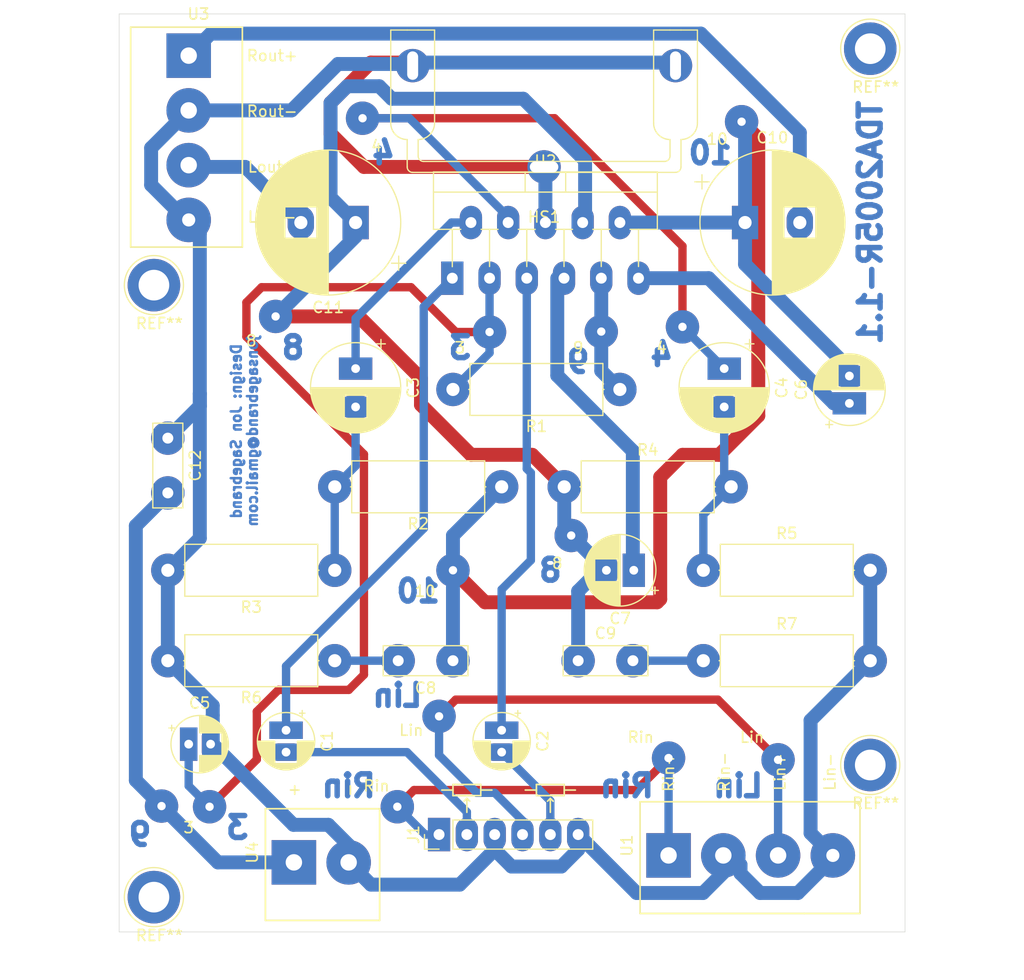
<source format=kicad_pcb>
(kicad_pcb (version 20211014) (generator pcbnew)
  (layers (0 "F.Cu" signal) (31 "B.Cu" signal) (34 "B.Paste" user) (35 "F.Paste" user) (36 "B.SilkS" user "B.Silkscreen") (37 "F.SilkS" user "F.Silkscreen") (38 "B.Mask" user) (39 "F.Mask" user) (44 "Edge.Cuts" user))
  (net 0 "")
  (net 1 "Net-(C1-Pad2)")
  (net 2 "Net-(C1-Pad1)")
  (net 3 "Net-(C2-Pad2)")
  (net 4 "Net-(C2-Pad1)")
  (net 5 "Net-(C3-Pad2)")
  (net 6 "Net-(C3-Pad1)")
  (net 7 "Net-(C4-Pad2)")
  (net 8 "Net-(C4-Pad1)")
  (net 9 "GND")
  (net 10 "Net-(C5-Pad1)")
  (net 11 "Net-(C10-Pad1)")
  (net 12 "Net-(C6-Pad1)")
  (net 13 "Net-(C11-Pad1)")
  (net 14 "Net-(C7-Pad1)")
  (net 15 "Net-(C8-Pad2)")
  (net 16 "Net-(C9-Pad2)")
  (net 17 "Rout")
  (net 18 "Lout")
  (net 19 "+15V")
  (net 20 "Lin")
  (net 21 "Rin")
  (footprint "My_Misc:CP_Radial_D5.0mm_P2.00mm_larger" (layer "F.Cu") (at 171.06 -51.98 -90)
    (fp_text reference "C1" (at 1 -3.75 90) (layer "F.SilkS"))
    (fp_text value "2.2u")
    (pad "1" thru_hole rect locked (at 0 0 270) (size 1.6 3.048) (drill 0.8) (layers *.Cu *.Mask) (net 2 "Net-(C1-Pad1)"))
    (pad "2" thru_hole oval locked (at 2 0 270) (size 1.6 3.048) (drill 0.8) (layers *.Cu *.Mask) (net 1 "Net-(C1-Pad2)"))
  )
  (footprint "My_Misc:CP_Radial_D5.0mm_P2.00mm_larger" (layer "F.Cu") (at 190.745 -51.98 -90)
    (fp_text reference "C2" (at 1 -3.75 90) (layer "F.SilkS"))
    (fp_text value "2.2u")
    (pad "1" thru_hole rect locked (at 0 0 270) (size 1.6 3.048) (drill 0.8) (layers *.Cu *.Mask) (net 4 "Net-(C2-Pad1)"))
    (pad "2" thru_hole oval locked (at 2 0 270) (size 1.6 3.048) (drill 0.8) (layers *.Cu *.Mask) (net 3 "Net-(C2-Pad2)"))
  )
  (footprint "My_Misc:CP_Radial_D8.0mm_P3.50mm_large" (layer "F.Cu") (at 177.41 -85 -90)
    (fp_text reference "C3" (at 1.75 -5.25 90) (layer "F.SilkS"))
    (fp_text value "220u")
    (pad "1" thru_hole rect locked (at 0 0 270) (size 2.032 3.048) (drill 0.8) (layers *.Cu *.Mask) (net 6 "Net-(C3-Pad1)"))
    (pad "2" thru_hole oval locked (at 3.5 0 270) (size 2.032 3.048) (drill 0.8) (layers *.Cu *.Mask) (net 5 "Net-(C3-Pad2)"))
  )
  (footprint "My_Misc:CP_Radial_D8.0mm_P3.50mm_large" (layer "F.Cu") (at 211.065 -85 -90)
    (fp_text reference "C4" (at 1.75 -5.25 90) (layer "F.SilkS"))
    (fp_text value "220u")
    (pad "1" thru_hole rect locked (at 0 0 270) (size 2.032 3.048) (drill 0.8) (layers *.Cu *.Mask) (net 8 "Net-(C4-Pad1)"))
    (pad "2" thru_hole oval locked (at 3.5 0 270) (size 2.032 3.048) (drill 0.8) (layers *.Cu *.Mask) (net 7 "Net-(C4-Pad2)"))
  )
  (footprint "My_Misc:CP_Radial_D5.0mm_P2.00mm_larger" (layer "F.Cu") (at 162.17 -50.71)
    (fp_text reference "C5" (at 1 -3.75) (layer "F.SilkS"))
    (fp_text value "10u")
    (pad "1" thru_hole rect locked (at 0 0) (size 1.6 3.048) (drill 0.8) (layers *.Cu *.Mask) (net 10 "Net-(C5-Pad1)"))
    (pad "2" thru_hole oval locked (at 2 0) (size 1.6 3.048) (drill 0.8) (layers *.Cu *.Mask) (net 9 "GND"))
  )
  (footprint "My_Misc:CP_Radial_D6.3mm_P2.50mm_large" (layer "F.Cu") (at 222.495 -81.825 90)
    (fp_text reference "C6" (at 1.25 -4.4 90) (layer "F.SilkS"))
    (fp_text value "100u")
    (pad "1" thru_hole rect locked (at 0 0 90) (size 2.032 3.048) (drill 0.8) (layers *.Cu *.Mask) (net 12 "Net-(C6-Pad1)"))
    (pad "2" thru_hole oval locked (at 2.5 0 90) (size 2.032 3.048) (drill 0.8) (layers *.Cu *.Mask) (net 11 "Net-(C10-Pad1)"))
  )
  (footprint "My_Misc:CP_Radial_D6.3mm_P2.50mm_large" (layer "F.Cu") (at 202.81 -66.585 180)
    (fp_text reference "C7" (at 1.25 -4.4) (layer "F.SilkS"))
    (fp_text value "100u")
    (pad "1" thru_hole rect locked (at 0 0 180) (size 2.032 3.048) (drill 0.8) (layers *.Cu *.Mask) (net 14 "Net-(C7-Pad1)"))
    (pad "2" thru_hole oval locked (at 2.5 0 180) (size 2.032 3.048) (drill 0.8) (layers *.Cu *.Mask) (net 13 "Net-(C11-Pad1)"))
  )
  (footprint "My_Misc:C_Disc_D7.5mm_W2.5mm_P5.00mm_larger" (layer "F.Cu") (at 186.3 -58.33 180)
    (fp_text reference "C8" (at 2.5 -2.5) (layer "F.SilkS"))
    (fp_text value "0.1u")
    (pad "1" thru_hole oval locked (at 0 0 180) (size 3.048 3.048) (drill 1) (layers *.Cu *.Mask) (net 11 "Net-(C10-Pad1)"))
    (pad "2" thru_hole oval locked (at 5 0 180) (size 3.048 3.048) (drill 1) (layers *.Cu *.Mask) (net 15 "Net-(C8-Pad2)"))
  )
  (footprint "My_Misc:C_Disc_D7.5mm_W2.5mm_P5.00mm_larger" (layer "F.Cu") (at 197.73 -58.33)
    (fp_text reference "C9" (at 2.5 -2.5) (layer "F.SilkS"))
    (fp_text value "0.1u")
    (pad "1" thru_hole oval locked (at 0 0) (size 3.048 3.048) (drill 1) (layers *.Cu *.Mask) (net 13 "Net-(C11-Pad1)"))
    (pad "2" thru_hole oval locked (at 5 0) (size 3.048 3.048) (drill 1) (layers *.Cu *.Mask) (net 16 "Net-(C9-Pad2)"))
  )
  (footprint "My_Misc:CP_Radial_D13.0mm_P5.00mm_larger" (layer "F.Cu") (at 212.97 -98.335)
    (fp_text reference "C10" (at 2.5 -7.75) (layer "F.SilkS"))
    (fp_text value "2200u")
    (pad "1" thru_hole rect locked (at 0 0) (size 2.4 3.048) (drill 1.2) (layers *.Cu *.Mask) (net 11 "Net-(C10-Pad1)"))
    (pad "2" thru_hole oval locked (at 5 0) (size 2.4 3.048) (drill 1.2) (layers *.Cu *.Mask) (net 17 "Rout"))
  )
  (footprint "My_Misc:CP_Radial_D13.0mm_P5.00mm_larger" (layer "F.Cu") (at 177.41 -98.335 180)
    (fp_text reference "C11" (at 2.5 -7.75) (layer "F.SilkS"))
    (fp_text value "2200u")
    (pad "1" thru_hole rect locked (at 0 0 180) (size 2.4 3.048) (drill 1.2) (layers *.Cu *.Mask) (net 13 "Net-(C11-Pad1)"))
    (pad "2" thru_hole oval locked (at 5 0 180) (size 2.4 3.048) (drill 1.2) (layers *.Cu *.Mask) (net 18 "Lout"))
  )
  (footprint "My_Misc:C_Disc_D7.5mm_W2.5mm_P5.00mm_larger" (layer "F.Cu") (at 160.265 -78.65 -90)
    (fp_text reference "C12" (at 2.5 -2.5 90) (layer "F.SilkS"))
    (fp_text value "0.1u")
    (pad "1" thru_hole oval locked (at 0 0 270) (size 3.048 3.048) (drill 1) (layers *.Cu *.Mask) (net 9 "GND"))
    (pad "2" thru_hole oval locked (at 5 0 270) (size 3.048 3.048) (drill 1) (layers *.Cu *.Mask) (net 19 "+15V"))
  )
  (footprint "My_Headers:6-pin_dual_potentiometer_header_large" (layer "F.Cu") (at 185.03 -42.455 90)
    (fp_text reference "J1" (at 0 -2.33 90) (layer "F.SilkS"))
    (fp_text value "6-pole_dual_potentiometer_header")
    (pad "1" thru_hole rect locked (at 0 0 90) (size 3.048 2.032) (drill 1) (layers *.Cu *.Mask) (net 21 "Rin"))
    (pad "2" thru_hole oval locked (at 0 2.54 90) (size 3.048 2.032) (drill 1) (layers *.Cu *.Mask) (net 1 "Net-(C1-Pad2)"))
    (pad "3" thru_hole oval locked (at 0 5.08 90) (size 3.048 2.032) (drill 1) (layers *.Cu *.Mask) (net 9 "GND"))
    (pad "4" thru_hole oval locked (at 0 7.62 90) (size 3.048 2.032) (drill 1) (layers *.Cu *.Mask) (net 20 "Lin"))
    (pad "5" thru_hole oval locked (at 0 10.16 90) (size 3.048 2.032) (drill 1) (layers *.Cu *.Mask) (net 3 "Net-(C2-Pad2)"))
    (pad "6" thru_hole oval locked (at 0 12.7 90) (size 3.048 2.032) (drill 1) (layers *.Cu *.Mask) (net 9 "GND"))
  )
  (footprint "My_Misc:R_Axial_DIN0414_L11.9mm_D4.5mm_P15.24mm_Horizontal_larger" (layer "F.Cu") (at 201.54 -83.095 180)
    (fp_text reference "R1" (at 7.62 -3.37) (layer "F.SilkS"))
    (fp_text value "120k")
    (pad "1" thru_hole oval locked (at 0 0 180) (size 3.048 3.048) (drill 1.2) (layers *.Cu *.Mask) (net 19 "+15V"))
    (pad "2" thru_hole oval locked (at 15.24 0 180) (size 3.048 3.048) (drill 1.2) (layers *.Cu *.Mask) (net 10 "Net-(C5-Pad1)"))
  )
  (footprint "My_Misc:R_Axial_DIN0414_L11.9mm_D4.5mm_P15.24mm_Horizontal_larger" (layer "F.Cu") (at 190.745 -74.205 180)
    (fp_text reference "R2" (at 7.62 -3.37) (layer "F.SilkS"))
    (fp_text value "1.2k")
    (pad "1" thru_hole oval locked (at 0 0 180) (size 3.048 3.048) (drill 1.2) (layers *.Cu *.Mask) (net 11 "Net-(C10-Pad1)"))
    (pad "2" thru_hole oval locked (at 15.24 0 180) (size 3.048 3.048) (drill 1.2) (layers *.Cu *.Mask) (net 5 "Net-(C3-Pad2)"))
  )
  (footprint "My_Misc:R_Axial_DIN0414_L11.9mm_D4.5mm_P15.24mm_Horizontal_larger" (layer "F.Cu") (at 175.505 -66.585 180)
    (fp_text reference "R3" (at 7.62 -3.37) (layer "F.SilkS"))
    (fp_text value "33R")
    (pad "1" thru_hole oval locked (at 0 0 180) (size 3.048 3.048) (drill 1.2) (layers *.Cu *.Mask) (net 5 "Net-(C3-Pad2)"))
    (pad "2" thru_hole oval locked (at 15.24 0 180) (size 3.048 3.048) (drill 1.2) (layers *.Cu *.Mask) (net 9 "GND"))
  )
  (footprint "My_Misc:R_Axial_DIN0414_L11.9mm_D4.5mm_P15.24mm_Horizontal_larger" (layer "F.Cu") (at 196.46 -74.205)
    (fp_text reference "R4" (at 7.62 -3.37) (layer "F.SilkS"))
    (fp_text value "1.2k")
    (pad "1" thru_hole oval locked (at 0 0) (size 3.048 3.048) (drill 1.2) (layers *.Cu *.Mask) (net 13 "Net-(C11-Pad1)"))
    (pad "2" thru_hole oval locked (at 15.24 0) (size 3.048 3.048) (drill 1.2) (layers *.Cu *.Mask) (net 7 "Net-(C4-Pad2)"))
  )
  (footprint "My_Misc:R_Axial_DIN0414_L11.9mm_D4.5mm_P15.24mm_Horizontal_larger" (layer "F.Cu") (at 209.16 -66.585)
    (fp_text reference "R5" (at 7.62 -3.37) (layer "F.SilkS"))
    (fp_text value "33R")
    (pad "1" thru_hole oval locked (at 0 0) (size 3.048 3.048) (drill 1.2) (layers *.Cu *.Mask) (net 7 "Net-(C4-Pad2)"))
    (pad "2" thru_hole oval locked (at 15.24 0) (size 3.048 3.048) (drill 1.2) (layers *.Cu *.Mask) (net 9 "GND"))
  )
  (footprint "My_Misc:R_Axial_DIN0414_L11.9mm_D4.5mm_P15.24mm_Horizontal_larger" (layer "F.Cu") (at 175.505 -58.33 180)
    (fp_text reference "R6" (at 7.62 -3.37) (layer "F.SilkS"))
    (fp_text value "1R")
    (pad "1" thru_hole oval locked (at 0 0 180) (size 3.048 3.048) (drill 1.2) (layers *.Cu *.Mask) (net 15 "Net-(C8-Pad2)"))
    (pad "2" thru_hole oval locked (at 15.24 0 180) (size 3.048 3.048) (drill 1.2) (layers *.Cu *.Mask) (net 9 "GND"))
  )
  (footprint "My_Misc:R_Axial_DIN0414_L11.9mm_D4.5mm_P15.24mm_Horizontal_larger" (layer "F.Cu") (at 209.16 -58.33)
    (fp_text reference "R7" (at 7.62 -3.37) (layer "F.SilkS"))
    (fp_text value "1R")
    (pad "1" thru_hole oval locked (at 0 0) (size 3.048 3.048) (drill 1.2) (layers *.Cu *.Mask) (net 16 "Net-(C9-Pad2)"))
    (pad "2" thru_hole oval locked (at 15.24 0) (size 3.048 3.048) (drill 1.2) (layers *.Cu *.Mask) (net 9 "GND"))
  )
  (footprint "My_Parts:4-pole_screw_terminal_RL_input" (layer "F.Cu") (at 205.985 -40.55 90)
    (fp_text reference "U1" (at 0.9 -3.8 90) (layer "F.SilkS"))
    (fp_text value "4-pole_RL-input_screw_terminal" hide)
    (fp_text user "Rin+" (at 7.62 0 90) (layer "F.SilkS"))
    (fp_text user "Lin-" (at 7.62 14.732 90) (layer "F.SilkS"))
    (fp_text user "Rin-" (at 7.62 5.08 90) (layer "F.SilkS"))
    (fp_text user "Lin+" (at 7.62 10.16 90) (layer "F.SilkS"))
    (pad "1" thru_hole rect locked (at 0 0 90) (size 4.064 4.064) (drill 1.5) (layers *.Cu *.Mask) (net 21 "Rin"))
    (pad "2" thru_hole circle locked (at 0 5 90) (size 4.064 4.064) (drill 1.5) (layers *.Cu *.Mask) (net 9 "GND"))
    (pad "3" thru_hole circle locked (at 0 10 90) (size 4.064 4.064) (drill 1.5) (layers *.Cu *.Mask) (net 20 "Lin"))
    (pad "4" thru_hole circle locked (at 0 15 90) (size 4.064 4.064) (drill 1.2) (layers *.Cu *.Mask) (net 9 "GND"))
  )
  (footprint "My_Misc:TO-220-11_P3.4x5.08mm_StaggerOdd_Lead4.85mm_Vertical_large" (layer "F.Cu") (at 186.24 -93.255)
    (fp_text reference "U2" (at 8.5 -10.7) (layer "F.SilkS"))
    (fp_text value "TDA2005")
    (pad "1" thru_hole rect locked (at 0 0) (size 2.032 3.048) (drill 1) (layers *.Cu *.Mask) (net 2 "Net-(C1-Pad1)"))
    (pad "2" thru_hole oval locked (at 1.7 -5.08) (size 2.032 3.048) (drill 1) (layers *.Cu *.Mask) (net 6 "Net-(C3-Pad1)"))
    (pad "3" thru_hole oval locked (at 3.4 0) (size 2.032 3.048) (drill 1) (layers *.Cu *.Mask) (net 10 "Net-(C5-Pad1)"))
    (pad "4" thru_hole oval locked (at 5.1 -5.08) (size 2.032 3.048) (drill 1) (layers *.Cu *.Mask) (net 8 "Net-(C4-Pad1)"))
    (pad "5" thru_hole oval locked (at 6.8 0) (size 2.032 3.048) (drill 1) (layers *.Cu *.Mask) (net 4 "Net-(C2-Pad1)"))
    (pad "6" thru_hole oval locked (at 8.5 -5.08) (size 2.032 3.048) (drill 1) (layers *.Cu *.Mask) (net 9 "GND"))
    (pad "7" thru_hole oval locked (at 10.2 0) (size 2.032 3.048) (drill 1) (layers *.Cu *.Mask) (net 14 "Net-(C7-Pad1)"))
    (pad "8" thru_hole oval locked (at 11.9 -5.08) (size 2.032 3.048) (drill 1) (layers *.Cu *.Mask) (net 13 "Net-(C11-Pad1)"))
    (pad "9" thru_hole oval locked (at 13.6 0) (size 2.032 3.048) (drill 1) (layers *.Cu *.Mask) (net 19 "+15V"))
    (pad "10" thru_hole oval locked (at 15.3 -5.08) (size 2.032 3.048) (drill 1) (layers *.Cu *.Mask) (net 11 "Net-(C10-Pad1)"))
    (pad "11" thru_hole oval locked (at 17 0) (size 2.032 3.048) (drill 1) (layers *.Cu *.Mask) (net 12 "Net-(C6-Pad1)"))
  )
  (footprint "My_Parts:4-pole_screw_terminal_RL_output" (layer "F.Cu") (at 162.17 -113.575)
    (fp_text reference "U3" (at 0.9 -3.8) (layer "F.SilkS"))
    (fp_text value "4-pole_RL-output_screw_terminal" hide)
    (fp_text user "Rout-" (at 7.62 5.08) (layer "F.SilkS"))
    (fp_text user "Lout+" (at 7.62 10.16) (layer "F.SilkS"))
    (fp_text user "Rout+" (at 7.62 0) (layer "F.SilkS"))
    (fp_text user "Lout-" (at 7.62 14.732) (layer "F.SilkS"))
    (pad "1" thru_hole rect locked (at 0 0) (size 4.064 4.064) (drill 1.5) (layers *.Cu *.Mask) (net 17 "Rout"))
    (pad "2" thru_hole circle locked (at 0 5) (size 4.064 4.064) (drill 1.5) (layers *.Cu *.Mask) (net 9 "GND"))
    (pad "3" thru_hole circle locked (at 0 10) (size 4.064 4.064) (drill 1.5) (layers *.Cu *.Mask) (net 18 "Lout"))
    (pad "4" thru_hole circle locked (at 0 15) (size 4.064 4.064) (drill 1.2) (layers *.Cu *.Mask) (net 9 "GND"))
  )
  (footprint "My_Parts:2-pole_power_in_screw_terminal" (layer "F.Cu") (at 171.775 -39.915 90)
    (fp_text reference "U4" (at 0.9 -3.8 90) (layer "F.SilkS"))
    (fp_text value "2-pole_power_in_screw_terminal" hide)
    (fp_text user "+" (at 6.604 0 90) (layer "F.SilkS"))
    (fp_text user "-" (at 6.604 5.08 90) (layer "F.SilkS"))
    (pad "1" thru_hole rect locked (at 0 0 90) (size 4.064 4.064) (drill 1.5) (layers *.Cu *.Mask) (net 19 "+15V"))
    (pad "2" thru_hole circle locked (at 0 5 90) (size 4.064 4.064) (drill 1.5) (layers *.Cu *.Mask) (net 9 "GND"))
  )
  (footprint "My_Heatsinks:EK-41002859" (layer "F.Cu") (at 194.62 -103.415 180)
    (fp_text reference "HS1" (at 0 -4.58) (layer "F.SilkS"))
    (fp_text value "Heatsink_Pad")
    (pad "1" thru_hole circle locked (at 0 0 180) (size 3.048 3.048) (drill oval 2.6 1) (layers *.Cu *.Mask) (net 9 "GND"))
    (pad "1" thru_hole circle locked (at -12 9.25 180) (size 3.048 3.048) (drill oval 1 2.6) (layers *.Cu *.Mask) (net 9 "GND"))
    (pad "1" thru_hole circle locked (at 12 9.25 180) (size 3.048 3.048) (drill oval 1 2.6) (layers *.Cu *.Mask) (net 9 "GND"))
  )
  (footprint "TestPoint:TestPoint_Loop_D3.80mm_Drill2.8mm" (layer "F.Cu") (at 158.995 -36.74)
    (fp_text reference "REF**" (at 0.5 3.5) (layer "F.SilkS"))
    (fp_text value "TestPoint_Loop_D3.80mm_Drill2.8mm")
    (pad "1" thru_hole circle locked (at 0 0) (size 4.8 4.8) (drill 2.8) (layers *.Cu *.Mask))
  )
  (footprint "TestPoint:TestPoint_Loop_D3.80mm_Drill2.8mm" (layer "F.Cu") (at 158.995 -92.62)
    (fp_text reference "REF**" (at 0.5 3.5) (layer "F.SilkS"))
    (fp_text value "TestPoint_Loop_D3.80mm_Drill2.8mm")
    (pad "1" thru_hole circle locked (at 0 0) (size 4.8 4.8) (drill 2.8) (layers *.Cu *.Mask))
  )
  (footprint "TestPoint:TestPoint_Loop_D3.80mm_Drill2.8mm" (layer "F.Cu") (at 224.4 -114.21)
    (fp_text reference "REF**" (at 0.5 3.5) (layer "F.SilkS"))
    (fp_text value "TestPoint_Loop_D3.80mm_Drill2.8mm")
    (pad "1" thru_hole circle locked (at 0 0) (size 4.8 4.8) (drill 2.8) (layers *.Cu *.Mask))
  )
  (footprint "TestPoint:TestPoint_Loop_D3.80mm_Drill2.8mm" (layer "F.Cu") (at 224.4 -48.805)
    (fp_text reference "REF**" (at 0.5 3.5) (layer "F.SilkS"))
    (fp_text value "TestPoint_Loop_D3.80mm_Drill2.8mm")
    (pad "1" thru_hole circle locked (at 0 0) (size 4.8 4.8) (drill 2.8) (layers *.Cu *.Mask))
  )
  (gr_line (start 155.82 -117.385) (end 155.82 -50.075) (layer "Edge.Cuts") (width 0.05))
  (gr_line (start 227.575 -33.565) (end 227.575 -117.385) (layer "Edge.Cuts") (width 0.05))
  (gr_line (start 155.82 -50.075) (end 155.82 -33.565) (layer "Edge.Cuts") (width 0.05))
  (gr_line (start 227.575 -117.385) (end 155.82 -117.385) (layer "Edge.Cuts") (width 0.05))
  (gr_line (start 155.82 -33.565) (end 227.575 -33.565) (layer "Edge.Cuts") (width 0.05))
  (gr_text "Lin" (at 181.22 -55.155) (layer "B.Cu") (effects (font (size 2 2) (thickness 0.5)) (justify mirror)))
  (gr_text "Rin" (at 176.775 -46.9) (layer "B.Cu") (effects (font (size 2 2) (thickness 0.5)) (justify mirror)))
  (gr_text "10" (at 209.795 -104.685) (layer "B.Cu") (effects (font (size 2 2) (thickness 0.5)) (justify mirror)))
  (gr_text "8" (at 171.695 -86.905) (layer "B.Cu") (effects (font (size 2 2) (thickness 0.5)) (justify mirror)))
  (gr_text "Lin" (at 212.335 -46.9) (layer "B.Cu") (effects (font (size 2 2) (thickness 0.5)) (justify mirror)))
  (gr_text "Design: Jon Sagebrand\njonsagebrand@gmail.com" (at 167.25 -79.285 90) (layer "B.Cu") (effects (font (size 0.9144 0.9144) (thickness 0.2286)) (justify mirror)))
  (gr_text "4" (at 205.35 -86.27) (layer "B.Cu") (effects (font (size 2 2) (thickness 0.5)) (justify mirror)))
  (gr_text "Rin" (at 202.175 -46.9) (layer "B.Cu") (effects (font (size 2 2) (thickness 0.5)) (justify mirror)))
  (gr_text "9" (at 157.725 -42.455) (layer "B.Cu") (effects (font (size 2 2) (thickness 0.5)) (justify mirror)))
  (gr_text "8" (at 195.19 -66.585) (layer "B.Cu") (effects (font (size 2 2) (thickness 0.5)) (justify mirror)))
  (gr_text "3" (at 166.615 -43.09) (layer "B.Cu") (effects (font (size 2 2) (thickness 0.5)) (justify mirror)))
  (gr_text "3" (at 186.935 -86.905) (layer "B.Cu") (effects (font (size 2 2) (thickness 0.5)) (justify mirror)))
  (gr_text "4" (at 179.95 -104.685) (layer "B.Cu") (effects (font (size 2 2) (thickness 0.5)) (justify mirror)))
  (gr_text "TDA2005R-1.1" (at 224.4 -98.335 90) (layer "B.Cu") (effects (font (size 2 2) (thickness 0.5)) (justify mirror)))
  (gr_text "9" (at 197.73 -85.635) (layer "B.Cu") (effects (font (size 2 2) (thickness 0.5)) (justify mirror)))
  (gr_text "10" (at 183.125 -64.68) (layer "B.Cu") (effects (font (size 2 2) (thickness 0.5)) (justify mirror)))
  (gr_text "Lin" (at 182.49 -51.98) (layer "F.SilkS") (effects (font (size 1 1))))
  (gr_text "10" (at 183.76 -64.68) (layer "F.SilkS") (effects (font (size 1 1))))
  (gr_text "3" (at 186.935 -86.905) (layer "F.SilkS") (effects (font (size 1 1))))
  (gr_text "8" (at 167.885 -87.54) (layer "F.SilkS") (effects (font (size 1 1))))
  (gr_text "10" (at 210.43 -105.955) (layer "F.SilkS") (effects (font (size 1 1))))
  (gr_text "3" (at 162.17 -43.09) (layer "F.SilkS") (effects (font (size 1 1))))
  (gr_text "Rin" (at 203.445 -51.345) (layer "F.SilkS") (effects (font (size 1 1))))
  (gr_text "4" (at 205.35 -86.905) (layer "F.SilkS") (effects (font (size 1 1))))
  (gr_text "9" (at 197.73 -86.905) (layer "F.SilkS") (effects (font (size 1 1))))
  (gr_text "Lin" (at 213.605 -51.345) (layer "F.SilkS") (effects (font (size 1 1))))
  (gr_text "4" (at 179.315 -105.32) (layer "F.SilkS") (effects (font (size 1 1))))
  (gr_text "8" (at 195.825 -67.22) (layer "F.SilkS") (effects (font (size 1 1))))
  (gr_text "Rin" (at 179.315 -46.9) (layer "F.SilkS") (effects (font (size 1 1))))
  (segment (start 187.57 -44.512402) (end 187.57 -42.455) (width 0.762) (layer "B.Cu") (net 1))
  (segment (start 182.102402 -49.98) (end 187.57 -44.512402) (width 0.762) (layer "B.Cu") (net 1))
  (segment (start 171.06 -49.98) (end 182.102402 -49.98) (width 0.762) (layer "B.Cu") (net 1))
  (segment (start 186.24 -93.255) (end 183.632999 -90.647999) (width 0.762) (layer "B.Cu") (net 2))
  (segment (start 183.632999 -90.647999) (end 183.632999 -70.405161) (width 0.762) (layer "B.Cu") (net 2))
  (segment (start 183.632999 -70.405161) (end 171.06 -57.832162) (width 0.762) (layer "B.Cu") (net 2))
  (segment (start 171.06 -57.832162) (end 171.06 -51.98) (width 0.762) (layer "B.Cu") (net 2))
  (segment (start 190.745 -49.98) (end 195.19 -45.535) (width 0.762) (layer "B.Cu") (net 3))
  (segment (start 195.19 -45.535) (end 195.19 -42.455) (width 0.762) (layer "B.Cu") (net 3))
  (segment (start 193.04 -75.857162) (end 193.412001 -75.485161) (width 0.762) (layer "B.Cu") (net 4))
  (segment (start 193.412001 -75.485161) (end 193.412001 -67.499403) (width 0.762) (layer "B.Cu") (net 4))
  (segment (start 190.745 -64.832402) (end 190.745 -51.98) (width 0.762) (layer "B.Cu") (net 4))
  (segment (start 193.412001 -67.499403) (end 190.745 -64.832402) (width 0.762) (layer "B.Cu") (net 4))
  (segment (start 193.04 -93.255) (end 193.04 -75.857162) (width 0.762) (layer "B.Cu") (net 4))
  (segment (start 175.505 -74.205) (end 175.505 -66.585) (width 0.762) (layer "B.Cu") (net 5))
  (segment (start 177.41 -81.5) (end 177.41 -76.11) (width 0.762) (layer "B.Cu") (net 5))
  (segment (start 177.41 -76.11) (end 175.505 -74.205) (width 0.762) (layer "B.Cu") (net 5))
  (segment (start 187.94 -98.335) (end 186.162 -98.335) (width 0.762) (layer "B.Cu") (net 6))
  (segment (start 177.41 -89.583) (end 177.41 -85.635) (width 0.762) (layer "B.Cu") (net 6))
  (segment (start 186.162 -98.335) (end 177.41 -89.583) (width 0.762) (layer "B.Cu") (net 6))
  (segment (start 211.065 -74.84) (end 211.7 -74.205) (width 0.762) (layer "B.Cu") (net 7))
  (segment (start 209.16 -66.585) (end 209.16 -71.665) (width 0.762) (layer "B.Cu") (net 7))
  (segment (start 209.16 -71.665) (end 211.7 -74.205) (width 0.762) (layer "B.Cu") (net 7))
  (segment (start 211.065 -81.5) (end 211.065 -74.84) (width 0.762) (layer "B.Cu") (net 7))
  (segment (start 195.576301 -107.86) (end 207.255 -96.181301) (width 0.762) (layer "F.Cu") (net 8))
  (segment (start 178.045 -107.86) (end 195.576301 -107.86) (width 0.762) (layer "F.Cu") (net 8))
  (segment (start 207.255 -96.181301) (end 207.255 -88.81) (width 0.762) (layer "F.Cu") (net 8))
  (via (at 207.255 -88.81) (size 3.048) (drill 0.762) (layers "F.Cu" "B.Cu") (net 8))
  (via (at 178.045 -107.86) (size 3.048) (drill 0.762) (layers "F.Cu" "B.Cu") (net 8))
  (segment (start 178.045 -107.86) (end 178.045 -107.86) (width 0.762) (layer "B.Cu") (net 8))
  (segment (start 207.255 -88.81) (end 207.255 -88.81) (width 0.762) (layer "B.Cu") (net 8))
  (segment (start 182.323 -107.86) (end 178.045 -107.86) (width 0.762) (layer "B.Cu") (net 8))
  (segment (start 191.34 -98.335) (end 191.34 -98.843) (width 0.762) (layer "B.Cu") (net 8))
  (segment (start 211.065 -85) (end 207.255 -88.81) (width 0.762) (layer "B.Cu") (net 8))
  (segment (start 191.34 -98.843) (end 182.323 -107.86) (width 0.762) (layer "B.Cu") (net 8))
  (segment (start 178.166918 -103.415) (end 175.123999 -106.457919) (width 1.27) (layer "F.Cu") (net 9))
  (segment (start 175.123999 -109.262081) (end 178.801918 -112.94) (width 1.27) (layer "F.Cu") (net 9))
  (segment (start 178.801918 -112.94) (end 182.49 -112.94) (width 1.27) (layer "F.Cu") (net 9))
  (segment (start 194.62 -103.415) (end 178.166918 -103.415) (width 1.27) (layer "F.Cu") (net 9))
  (segment (start 175.123999 -106.457919) (end 175.123999 -109.262081) (width 1.27) (layer "F.Cu") (net 9))
  (segment (start 174.924601 -43.344001) (end 176.775 -41.493602) (width 1.27) (layer "B.Cu") (net 9))
  (segment (start 164.367001 -53.351601) (end 164.367001 -50.71) (width 1.27) (layer "B.Cu") (net 9))
  (segment (start 191.650499 -39.53399) (end 196.189501 -39.53399) (width 1.27) (layer "B.Cu") (net 9))
  (segment (start 176.775 -39.915) (end 178.806999 -37.883001) (width 1.27) (layer "B.Cu") (net 9))
  (segment (start 178.806999 -37.883001) (end 186.918512 -37.883001) (width 1.27) (layer "B.Cu") (net 9))
  (segment (start 162.17 -108.575) (end 171.563222 -108.575) (width 1.27) (layer "B.Cu") (net 9))
  (segment (start 160.265 -66.585) (end 163.186001 -69.506001) (width 1.27) (layer "B.Cu") (net 9))
  (segment (start 190.23699 -40.947499) (end 191.650499 -39.53399) (width 1.27) (layer "B.Cu") (net 9))
  (segment (start 212.555999 -38.904079) (end 214.339079 -37.120999) (width 1.27) (layer "B.Cu") (net 9))
  (segment (start 218.953001 -42.581999) (end 218.953001 -52.883001) (width 1.27) (layer "B.Cu") (net 9))
  (segment (start 190.11 -41.074489) (end 190.11 -42.455) (width 1.27) (layer "B.Cu") (net 9))
  (segment (start 163.186001 -82.713999) (end 163.186001 -97.318999) (width 1.27) (layer "B.Cu") (net 9))
  (segment (start 162.17 -108.575) (end 158.740999 -105.145999) (width 1.27) (layer "B.Cu") (net 9))
  (segment (start 211.065 -39.051398) (end 211.065 -40.55) (width 1.27) (layer "B.Cu") (net 9))
  (segment (start 224.4 -58.33) (end 224.4 -66.585) (width 1.27) (layer "B.Cu") (net 9))
  (segment (start 160.265 -66.585) (end 160.265 -58.33) (width 1.27) (layer "B.Cu") (net 9))
  (segment (start 160.265 -58.33) (end 164.367001 -54.227999) (width 1.27) (layer "B.Cu") (net 9))
  (segment (start 186.918512 -37.883001) (end 190.11 -41.074489) (width 1.27) (layer "B.Cu") (net 9))
  (segment (start 158.740999 -105.145999) (end 158.740999 -101.764001) (width 1.27) (layer "B.Cu") (net 9))
  (segment (start 176.775 -41.493602) (end 176.775 -39.915) (width 1.27) (layer "B.Cu") (net 9))
  (segment (start 175.801233 -112.813011) (end 181.981989 -112.813011) (width 1.27) (layer "B.Cu") (net 9))
  (segment (start 164.367001 -50.71) (end 171.733 -43.344001) (width 1.27) (layer "B.Cu") (net 9))
  (segment (start 194.74 -98.335) (end 194.74 -103.23) (width 1.27) (layer "B.Cu") (net 9))
  (segment (start 190.11 -42.455) (end 190.23699 -42.32801) (width 1.27) (layer "B.Cu") (net 9))
  (segment (start 171.563222 -108.575) (end 175.801233 -112.813011) (width 1.27) (layer "B.Cu") (net 9))
  (segment (start 197.73 -41.074489) (end 197.73 -42.455) (width 1.27) (layer "B.Cu") (net 9))
  (segment (start 211.065 -40.55) (end 211.7 -40.55) (width 1.27) (layer "B.Cu") (net 9))
  (segment (start 197.73 -42.455) (end 203.064001 -37.120999) (width 1.27) (layer "B.Cu") (net 9))
  (segment (start 158.740999 -101.764001) (end 162.17 -98.335) (width 1.27) (layer "B.Cu") (net 9))
  (segment (start 220.985 -40.55) (end 218.953001 -42.581999) (width 1.27) (layer "B.Cu") (net 9))
  (segment (start 194.74 -103.23) (end 194.555 -103.415) (width 1.27) (layer "B.Cu") (net 9))
  (segment (start 209.134601 -37.120999) (end 211.065 -39.051398) (width 1.27) (layer "B.Cu") (net 9))
  (segment (start 203.064001 -37.120999) (end 209.134601 -37.120999) (width 1.27) (layer "B.Cu") (net 9))
  (segment (start 196.189501 -39.53399) (end 197.73 -41.074489) (width 1.27) (layer "B.Cu") (net 9))
  (segment (start 217.795999 -37.120999) (end 221.225 -40.55) (width 1.27) (layer "B.Cu") (net 9))
  (segment (start 163.186001 -97.318999) (end 162.17 -98.335) (width 1.27) (layer "B.Cu") (net 9))
  (segment (start 163.186001 -69.506001) (end 163.186001 -82.713999) (width 1.27) (layer "B.Cu") (net 9))
  (segment (start 163.186001 -81.571001) (end 163.186001 -82.713999) (width 1.27) (layer "B.Cu") (net 9))
  (segment (start 171.733 -43.344001) (end 174.924601 -43.344001) (width 1.27) (layer "B.Cu") (net 9))
  (segment (start 214.339079 -37.120999) (end 217.795999 -37.120999) (width 1.27) (layer "B.Cu") (net 9))
  (segment (start 206.62 -112.94) (end 182.49 -112.94) (width 1.27) (layer "B.Cu") (net 9))
  (segment (start 211.7 -40.55) (end 212.555999 -39.694001) (width 1.27) (layer "B.Cu") (net 9))
  (segment (start 212.555999 -39.694001) (end 212.555999 -38.904079) (width 1.27) (layer "B.Cu") (net 9))
  (segment (start 181.981989 -112.813011) (end 182.49 -112.305) (width 1.27) (layer "B.Cu") (net 9))
  (segment (start 164.367001 -54.227999) (end 164.367001 -53.351601) (width 1.27) (layer "B.Cu") (net 9))
  (segment (start 218.953001 -52.883001) (end 224.4 -58.33) (width 1.27) (layer "B.Cu") (net 9))
  (segment (start 190.23699 -42.32801) (end 190.23699 -40.947499) (width 1.27) (layer "B.Cu") (net 9))
  (segment (start 160.265 -78.65) (end 163.186001 -81.571001) (width 1.27) (layer "B.Cu") (net 9))
  (segment (start 178.172001 -77.176698) (end 167.440499 -87.9082) (width 0.762) (layer "F.Cu") (net 10))
  (segment (start 178.172001 -57.049839) (end 178.172001 -77.176698) (width 0.762) (layer "F.Cu") (net 10))
  (segment (start 186.557598 -88.34) (end 189.64 -88.34) (width 0.762) (layer "F.Cu") (net 10))
  (segment (start 170.361597 -55.662999) (end 176.785161 -55.662999) (width 0.762) (layer "F.Cu") (net 10))
  (segment (start 182.468097 -92.429501) (end 186.557598 -88.34) (width 0.762) (layer "F.Cu") (net 10))
  (segment (start 167.440499 -87.9082) (end 167.440499 -91.042661) (width 0.762) (layer "F.Cu") (net 10))
  (segment (start 168.392999 -53.694401) (end 170.361597 -55.662999) (width 0.762) (layer "F.Cu") (net 10))
  (segment (start 168.827339 -92.429501) (end 182.468097 -92.429501) (width 0.762) (layer "F.Cu") (net 10))
  (segment (start 168.392999 -49.312999) (end 168.392999 -53.694401) (width 0.762) (layer "F.Cu") (net 10))
  (segment (start 176.785161 -55.662999) (end 178.172001 -57.049839) (width 0.762) (layer "F.Cu") (net 10))
  (segment (start 167.440499 -91.042661) (end 168.827339 -92.429501) (width 0.762) (layer "F.Cu") (net 10))
  (segment (start 164.075 -44.995) (end 168.392999 -49.312999) (width 0.762) (layer "F.Cu") (net 10))
  (via (at 164.075 -44.995) (size 3.048) (drill 0.762) (layers "F.Cu" "B.Cu") (net 10))
  (via (at 189.64 -88.34) (size 3.048) (drill 0.762) (layers "F.Cu" "B.Cu") (net 10))
  (segment (start 189.64 -88.34) (end 189.64 -86.435) (width 0.762) (layer "B.Cu") (net 10))
  (segment (start 164.075 -44.995) (end 164.075 -44.995) (width 0.762) (layer "B.Cu") (net 10))
  (segment (start 189.64 -93.255) (end 189.64 -88.34) (width 0.762) (layer "B.Cu") (net 10))
  (segment (start 162.17 -50.71) (end 162.17 -46.9) (width 0.762) (layer "B.Cu") (net 10))
  (segment (start 162.17 -46.9) (end 164.075 -44.995) (width 0.762) (layer "B.Cu") (net 10))
  (segment (start 189.64 -86.435) (end 186.3 -83.095) (width 0.762) (layer "B.Cu") (net 10))
  (segment (start 207.255001 -77.126001) (end 205.223001 -75.094001) (width 1.27) (layer "F.Cu") (net 11))
  (segment (start 214.176499 -106.018501) (end 214.176499 -80.690988) (width 1.27) (layer "F.Cu") (net 11))
  (segment (start 205.223001 -75.094001) (end 205.223001 -63.943399) (width 1.27) (layer "F.Cu") (net 11))
  (segment (start 212.6525 -107.5425) (end 214.176499 -106.018501) (width 1.27) (layer "F.Cu") (net 11))
  (segment (start 214.176499 -80.690988) (end 210.611512 -77.126001) (width 1.27) (layer "F.Cu") (net 11))
  (segment (start 204.943601 -63.663999) (end 189.221001 -63.663999) (width 1.27) (layer "F.Cu") (net 11))
  (segment (start 205.223001 -63.943399) (end 204.943601 -63.663999) (width 1.27) (layer "F.Cu") (net 11))
  (segment (start 210.611512 -77.126001) (end 207.255001 -77.126001) (width 1.27) (layer "F.Cu") (net 11))
  (segment (start 189.221001 -63.663999) (end 186.3 -66.585) (width 1.27) (layer "F.Cu") (net 11))
  (via (at 186.3 -66.585) (size 3.048) (drill 0.762) (layers "F.Cu" "B.Cu") (net 11))
  (via (at 212.6525 -107.5425) (size 3.048) (drill 0.762) (layers "F.Cu" "B.Cu") (net 11))
  (segment (start 212.6525 -107.5425) (end 212.335 -107.86) (width 1.27) (layer "B.Cu") (net 11))
  (segment (start 186.3 -66.585) (end 186.3 -69.76) (width 1.27) (layer "B.Cu") (net 11))
  (segment (start 212.97 -107.225) (end 212.6525 -107.5425) (width 1.27) (layer "B.Cu") (net 11))
  (segment (start 212.97 -94.525) (end 222.495 -85) (width 1.27) (layer "B.Cu") (net 11))
  (segment (start 186.3 -69.76) (end 190.745 -74.205) (width 1.27) (layer "B.Cu") (net 11))
  (segment (start 212.335 -98.335) (end 212.97 -97.7) (width 1.27) (layer "B.Cu") (net 11))
  (segment (start 212.97 -98.335) (end 212.97 -94.525) (width 1.27) (layer "B.Cu") (net 11))
  (segment (start 212.97 -98.335) (end 212.97 -107.225) (width 1.27) (layer "B.Cu") (net 11))
  (segment (start 201.54 -98.335) (end 212.335 -98.335) (width 1.27) (layer "B.Cu") (net 11))
  (segment (start 186.3 -58.33) (end 186.3 -66.585) (width 1.27) (layer "B.Cu") (net 11))
  (segment (start 203.24 -93.255) (end 209.644489 -93.255) (width 1.27) (layer "B.Cu") (net 12))
  (segment (start 221.074489 -81.825) (end 222.495 -81.825) (width 1.27) (layer "B.Cu") (net 12))
  (segment (start 209.644489 -93.255) (end 221.074489 -81.825) (width 1.27) (layer "B.Cu") (net 12))
  (segment (start 193.538999 -77.126001) (end 196.46 -74.205) (width 1.27) (layer "F.Cu") (net 13))
  (segment (start 170.1075 -89.7625) (end 177.702102 -89.7625) (width 1.27) (layer "F.Cu") (net 13))
  (segment (start 183.378999 -84.085603) (end 183.378999 -81.692919) (width 1.27) (layer "F.Cu") (net 13))
  (segment (start 183.378999 -81.692919) (end 187.945917 -77.126001) (width 1.27) (layer "F.Cu") (net 13))
  (segment (start 187.945917 -77.126001) (end 193.538999 -77.126001) (width 1.27) (layer "F.Cu") (net 13))
  (segment (start 177.702102 -89.7625) (end 183.378999 -84.085603) (width 1.27) (layer "F.Cu") (net 13))
  (via (at 170.1075 -89.7625) (size 3.048) (drill 0.762) (layers "F.Cu" "B.Cu") (net 13))
  (via (at 197.095 -69.76) (size 3.048) (drill 0.762) (layers "F.Cu" "B.Cu") (net 13))
  (segment (start 170.1075 -89.7625) (end 169.79 -89.445) (width 1.27) (layer "B.Cu") (net 13))
  (segment (start 197.095 -69.76) (end 200.27 -66.585) (width 1.27) (layer "B.Cu") (net 13))
  (segment (start 198.365 -103.993082) (end 198.365 -98.335) (width 1.27) (layer "B.Cu") (net 13))
  (segment (start 175.123999 -109.262081) (end 176.642919 -110.781001) (width 1.27) (layer "B.Cu") (net 13))
  (segment (start 177.41 -98.335) (end 175.123999 -100.621001) (width 1.27) (layer "B.Cu") (net 13))
  (segment (start 176.642919 -110.781001) (end 179.568999 -110.781001) (width 1.27) (layer "B.Cu") (net 13))
  (segment (start 196.46 -70.395) (end 197.095 -69.76) (width 1.27) (layer "B.Cu") (net 13))
  (segment (start 177.41 -98.335) (end 177.41 -97.065) (width 1.27) (layer "B.Cu") (net 13))
  (segment (start 180.71199 -109.63801) (end 192.720072 -109.63801) (width 1.27) (layer "B.Cu") (net 13))
  (segment (start 197.73 -64.68) (end 199.635 -66.585) (width 1.27) (layer "B.Cu") (net 13))
  (segment (start 197.73 -58.33) (end 197.73 -64.68) (width 1.27) (layer "B.Cu") (net 13))
  (segment (start 175.123999 -100.621001) (end 175.123999 -109.262081) (width 1.27) (layer "B.Cu") (net 13))
  (segment (start 177.41 -97.065) (end 170.1075 -89.7625) (width 1.27) (layer "B.Cu") (net 13))
  (segment (start 192.720072 -109.63801) (end 198.365 -103.993082) (width 1.27) (layer "B.Cu") (net 13))
  (segment (start 179.568999 -110.781001) (end 180.71199 -109.63801) (width 1.27) (layer "B.Cu") (net 13))
  (segment (start 196.46 -74.205) (end 196.46 -70.395) (width 1.27) (layer "B.Cu") (net 13))
  (segment (start 202.72301 -77.46699) (end 195.825 -84.365) (width 1.27) (layer "B.Cu") (net 14))
  (segment (start 195.825 -84.365) (end 195.825 -93.255) (width 1.27) (layer "B.Cu") (net 14))
  (segment (start 202.72301 -66.67199) (end 202.72301 -77.46699) (width 1.27) (layer "B.Cu") (net 14))
  (segment (start 202.81 -66.585) (end 202.72301 -66.67199) (width 1.27) (layer "B.Cu") (net 14))
  (segment (start 175.505 -58.33) (end 180.585 -58.33) (width 0.762) (layer "B.Cu") (net 15))
  (segment (start 180.585 -58.33) (end 181.22 -57.695) (width 0.762) (layer "B.Cu") (net 15))
  (segment (start 209.16 -58.33) (end 202.81 -58.33) (width 0.762) (layer "B.Cu") (net 16))
  (segment (start 164.181001 -115.586001) (end 162.17 -113.575) (width 1.27) (layer "B.Cu") (net 17))
  (segment (start 217.97 -106.548082) (end 208.932081 -115.586001) (width 1.27) (layer "B.Cu") (net 17))
  (segment (start 208.932081 -115.586001) (end 164.181001 -115.586001) (width 1.27) (layer "B.Cu") (net 17))
  (segment (start 217.97 -98.335) (end 217.97 -106.548082) (width 1.27) (layer "B.Cu") (net 17))
  (segment (start 172.41 -98.335) (end 167.33 -103.415) (width 1.27) (layer "B.Cu") (net 18))
  (segment (start 167.33 -103.415) (end 162.17 -103.415) (width 1.27) (layer "B.Cu") (net 18))
  (via (at 199.84 -88.38) (size 3.048) (drill 0.762) (layers "F.Cu" "B.Cu") (net 19))
  (via (at 159.690959 -45.055959) (size 3.048) (drill 0.762) (layers "F.Cu" "B.Cu") (net 19))
  (segment (start 199.84 -88.38) (end 199.84 -84.795) (width 1.27) (layer "B.Cu") (net 19))
  (segment (start 159.690959 -45.055959) (end 157.343999 -47.402919) (width 1.27) (layer "B.Cu") (net 19))
  (segment (start 157.343999 -47.402919) (end 157.343999 -70.648999) (width 1.27) (layer "B.Cu") (net 19))
  (segment (start 157.343999 -70.648999) (end 160.265 -73.57) (width 1.27) (layer "B.Cu") (net 19))
  (segment (start 164.831918 -39.915) (end 159.690959 -45.055959) (width 1.27) (layer "B.Cu") (net 19))
  (segment (start 171.775 -39.915) (end 164.831918 -39.915) (width 1.27) (layer "B.Cu") (net 19))
  (segment (start 199.84 -93.255) (end 199.84 -88.38) (width 1.27) (layer "B.Cu") (net 19))
  (segment (start 199.84 -84.795) (end 201.54 -83.095) (width 1.27) (layer "B.Cu") (net 19))
  (segment (start 186.553999 -54.773999) (end 210.491001 -54.773999) (width 0.762) (layer "F.Cu") (net 20))
  (segment (start 210.491001 -54.773999) (end 215.985 -49.28) (width 0.762) (layer "F.Cu") (net 20))
  (segment (start 185.03 -53.25) (end 186.553999 -54.773999) (width 0.762) (layer "F.Cu") (net 20))
  (via (at 215.985 -49.28) (size 3.048) (drill 0.762) (layers "F.Cu" "B.Cu") (net 20))
  (via (at 185.03 -53.25) (size 3.048) (drill 0.762) (layers "F.Cu" "B.Cu") (net 20))
  (segment (start 215.985 -49.28) (end 215.985 -49.915) (width 0.762) (layer "B.Cu") (net 20))
  (segment (start 185.03 -53.25) (end 185.03 -53.25) (width 0.762) (layer "B.Cu") (net 20))
  (segment (start 192.65 -42.455) (end 192.65 -43.725) (width 0.762) (layer "B.Cu") (net 20))
  (segment (start 215.985 -40.55) (end 215.985 -49.28) (width 0.762) (layer "B.Cu") (net 20))
  (segment (start 188.469142 -46.265) (end 185.03 -49.704142) (width 0.762) (layer "B.Cu") (net 20))
  (segment (start 192.65 -43.725) (end 190.11 -46.265) (width 0.762) (layer "B.Cu") (net 20))
  (segment (start 190.11 -46.265) (end 188.469142 -46.265) (width 0.762) (layer "B.Cu") (net 20))
  (segment (start 185.03 -49.704142) (end 185.03 -53.25) (width 0.762) (layer "B.Cu") (net 20))
  (segment (start 181.22 -44.995) (end 182.743999 -46.518999) (width 0.762) (layer "F.Cu") (net 21))
  (segment (start 203.063999 -46.518999) (end 205.985 -49.44) (width 0.762) (layer "F.Cu") (net 21))
  (segment (start 182.743999 -46.518999) (end 203.063999 -46.518999) (width 0.762) (layer "F.Cu") (net 21))
  (via (at 181.22 -44.995) (size 3.048) (drill 0.762) (layers "F.Cu" "B.Cu") (net 21))
  (via (at 205.985 -49.44) (size 3.048) (drill 0.762) (layers "F.Cu" "B.Cu") (net 21))
  (segment (start 181.22 -44.995) (end 181.22 -44.995) (width 0.762) (layer "B.Cu") (net 21))
  (segment (start 205.985 -49.44) (end 205.985 -49.44) (width 0.762) (layer "B.Cu") (net 21))
  (segment (start 183.76 -42.455) (end 181.22 -44.995) (width 0.762) (layer "B.Cu") (net 21))
  (segment (start 185.03 -42.455) (end 183.76 -42.455) (width 0.762) (layer "B.Cu") (net 21))
  (segment (start 205.985 -40.55) (end 205.985 -49.44) (width 0.762) (layer "B.Cu") (net 21))
)
</source>
